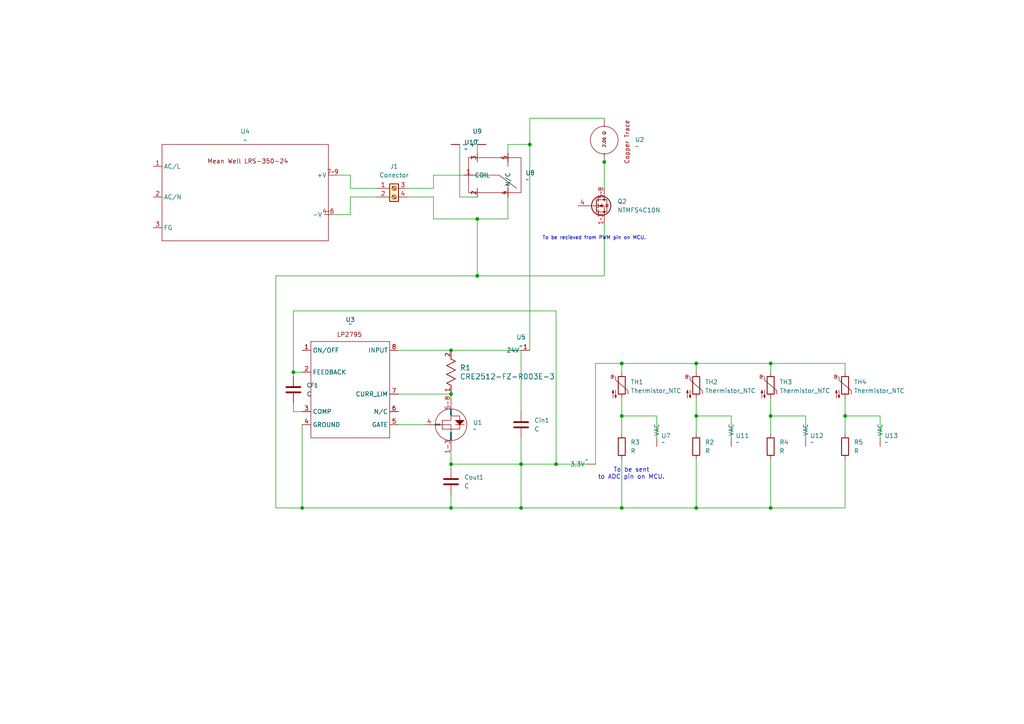
<source format=kicad_sch>
(kicad_sch (version 20250114) (generator "eeschema") (generator_version "9.0")
  (paper "A4")
  (title_block (title "Kapton PCB Heater") (date "2025-02-02") (company "QRET"))
  (lib_symbols
    (symbol "Device:C" (pin_numbers (hide yes)) (pin_names (offset 0.254))
      (property "Reference" "C" (at 0.635 2.54 0))
      (property "Value" "C" (at 0.635 -2.54 0))
      (symbol "C_0_1"
        (polyline (pts (xy -2.032 0.762) (xy 2.032 0.762)) (stroke (width 0.508)))
        (polyline (pts (xy -2.032 -0.762) (xy 2.032 -0.762)) (stroke (width 0.508)))
      )
      (symbol "C_1_1"
        (pin passive line (at 0 3.81 270) (length 2.794) (name "~") (number "1"))
        (pin passive line (at 0 -3.81 90) (length 2.794) (name "~") (number "2"))
      )
    )
    (symbol "Device:R" (pin_numbers (hide yes)) (pin_names (offset 0))
      (property "Reference" "R" (at 2.032 0 90))
      (property "Value" "R" (at 0 0 90))
      (symbol "R_0_1"
        (rectangle (start -1.016 -2.54) (end 1.016 2.54) (stroke (width 0.254)))
      )
      (symbol "R_1_1"
        (pin passive line (at 0 3.81 270) (length 1.27) (name "~") (number "1"))
        (pin passive line (at 0 -3.81 90) (length 1.27) (name "~") (number "2"))
      )
    )
    (symbol "Device:Thermistor_NTC" (pin_numbers (hide yes)) (pin_names (offset 0))
      (property "Reference" "TH" (at -4.445 0 90))
      (property "Value" "Thermistor_NTC" (at 3.175 0 90))
      (symbol "Thermistor_NTC_0_1"
        (arc (start -3.175 2.413) (mid -3.0506 2.3165) (end -3.048 2.159))
        (arc (start -3.048 2.794) (mid -2.9736 2.9736) (end -2.794 3.048))
        (arc (start -2.794 3.048) (mid -2.6144 2.9736) (end -2.54 2.794))
        (arc (start -2.794 2.54) (mid -2.9736 2.6144) (end -3.048 2.794))
        (arc (start -2.794 1.905) (mid -2.9736 1.9794) (end -3.048 2.159))
        (arc (start -2.54 2.159) (mid -2.6144 1.9794) (end -2.794 1.905))
        (arc (start -2.159 2.794) (mid -2.434 2.5608) (end -2.794 2.54))
        (polyline (pts (xy -2.54 2.159) (xy -2.54 2.794)))
        (polyline (pts (xy -2.54 -3.683) (xy -2.54 -1.397) (xy -2.794 -2.159) (xy -2.286 -2.159) (xy -2.54 -1.397) (xy -2.54 -1.651)) (fill (type outline)))
        (polyline (pts (xy -1.778 2.54) (xy -1.778 1.524) (xy 1.778 -1.524) (xy 1.778 -2.54)))
        (polyline (pts (xy -1.778 -1.397) (xy -1.778 -3.683) (xy -2.032 -2.921) (xy -1.524 -2.921) (xy -1.778 -3.683) (xy -1.778 -3.429)) (fill (type outline)))
        (rectangle (start -1.016 2.54) (end 1.016 -2.54) (stroke (width 0.254)))
      )
      (symbol "Thermistor_NTC_1_1"
        (pin passive line (at 0 3.81 270) (length 1.27) (name "~") (number "1"))
        (pin passive line (at 0 -3.81 90) (length 1.27) (name "~") (number "2"))
      )
    )
    (symbol "Kapton PCB:24V_INPUT"
      (property "Reference" "U" (at 0 0 0))
      (symbol "24V_INPUT_1_1"
        (pin input line (at 2.54 1.27 180) (length 2.54) (name "24V") (number "1"))
      )
    )
    (symbol "Kapton PCB:3.3V"
      (property "Reference" "U" (at 0 0 0))
      (symbol "3.3V_1_1"
        (pin output line (at 2.54 1.27 180) (length 2.54) (name "3.3V") (number ""))
      )
    )
    (symbol "Kapton PCB:COIL_PIN_1"
      (property "Reference" "U" (at 0 0 0))
      (symbol "COIL_PIN_1_1_1"
        (pin input line (at -1.27 3.81 0) (length 2.54) (name "+") (number ""))
      )
    )
    (symbol "Kapton PCB:COIL_PIN_2"
      (property "Reference" "U" (at 0 0 0))
      (symbol "COIL_PIN_2_1_1"
        (pin output line (at -1.27 2.54 0) (length 2.54) (name "-") (number ""))
      )
    )
    (symbol "Kapton PCB:CRE2512-FZ-R003E-3" (pin_names (offset 0.254))
      (property "Reference" "R" (at 5.715 3.81 0))
      (property "Value" "CRE2512-FZ-R003E-3" (at 6.35 -3.81 0))
      (symbol "CRE2512-FZ-R003E-3_1_1"
        (polyline (pts (xy 2.54 0) (xy 3.175 1.27)) (stroke (width 0.2032)))
        (polyline (pts (xy 3.175 1.27) (xy 4.445 -1.27)) (stroke (width 0.2032)))
        (polyline (pts (xy 4.445 -1.27) (xy 5.715 1.27)) (stroke (width 0.2032)))
        (polyline (pts (xy 5.715 1.27) (xy 6.985 -1.27)) (stroke (width 0.2032)))
        (polyline (pts (xy 6.985 -1.27) (xy 8.255 1.27)) (stroke (width 0.2032)))
        (polyline (pts (xy 8.255 1.27) (xy 9.525 -1.27)) (stroke (width 0.2032)))
        (polyline (pts (xy 9.525 -1.27) (xy 10.16 0)) (stroke (width 0.2032)))
        (pin input line (at 0 0 0) (length 2.54) (name "") (number "1"))
        (pin output line (at 12.7 0 180) (length 2.54) (name "") (number "2"))
      )
      (symbol "CRE2512-FZ-R003E-3_1_2"
        (polyline (pts (xy -1.27 8.255) (xy 1.27 9.525)) (stroke (width 0.2032)))
        (polyline (pts (xy -1.27 5.715) (xy 1.27 6.985)) (stroke (width 0.2032)))
        (polyline (pts (xy -1.27 3.175) (xy 1.27 4.445)) (stroke (width 0.2032)))
        (polyline (pts (xy 0 2.54) (xy -1.27 3.175)) (stroke (width 0.2032)))
        (polyline (pts (xy 1.27 9.525) (xy 0 10.16)) (stroke (width 0.2032)))
        (polyline (pts (xy 1.27 6.985) (xy -1.27 8.255)) (stroke (width 0.2032)))
        (polyline (pts (xy 1.27 4.445) (xy -1.27 5.715)) (stroke (width 0.2032)))
        (pin unspecified line (at 0 12.7 270) (length 2.54) (name "") (number "1"))
        (pin unspecified line (at 0 0 90) (length 2.54) (name "") (number "2"))
      )
    )
    (symbol "Kapton PCB:Conector" (pin_names (offset 1.016) (hide yes))
      (property "Reference" "J" (at 0 2.54 0))
      (property "Value" "Conector" (at 0 -5.08 0))
      (symbol "Conector_1_1"
        (rectangle (start -1.27 1.27) (end 1.27 -3.81) (stroke (width 0.254)) (fill (type background)))
        (polyline (pts (xy -0.5334 0.3302) (xy 0.3302 -0.508)) (stroke (width 0.1524)))
        (polyline (pts (xy -0.5334 -2.2098) (xy 0.3302 -3.048)) (stroke (width 0.1524)))
        (polyline (pts (xy -0.3556 0.508) (xy 0.508 -0.3302)) (stroke (width 0.1524)))
        (polyline (pts (xy -0.3556 -2.032) (xy 0.508 -2.8702)) (stroke (width 0.1524)))
        (circle (center 0 0) (radius 0.635) (stroke (width 0.1524)))
        (circle (center 0 -2.54) (radius 0.635) (stroke (width 0.1524)))
        (pin passive line (at -5.08 0 0) (length 3.81) (name "Pin_1") (number "1"))
        (pin passive line (at -5.08 -2.54 0) (length 3.81) (name "Pin_2") (number "2"))
        (pin output line (at 3.81 0 180) (length 2.54) (name "") (number "3"))
        (pin output line (at 3.81 -2.54 180) (length 2.54) (name "") (number "4"))
      )
    )
    (symbol "Kapton PCB:LP2975"
      (property "Reference" "U3" (at 2.54 25.4 0))
      (property "Value" "~" (at 2.54 24.13 0))
      (symbol "LP2975_0_1"
        (polyline (pts (xy -8.89 -8.89) (xy -8.89 19.05) (xy 13.97 19.05) (xy 13.97 -8.89) (xy -8.89 -8.89) (xy -8.89 5.08)))
      )
      (symbol "LP2975_1_1"
        (text "LP2795\n" (at 2.286 21.082 0) (effects (font (size 1.27 1.27))))
        (pin input line (at -11.43 16.51 0) (length 2.54) (name "ON/OFF") (number "1"))
        (pin input line (at -11.43 10.16 0) (length 2.54) (name "FEEDBACK") (number "2"))
        (pin input line (at -11.43 -1.27 0) (length 2.54) (name "COMP") (number "3"))
        (pin input line (at -11.43 -5.08 0) (length 2.54) (name "GROUND") (number "4"))
        (pin input line (at 16.51 16.51 180) (length 2.54) (name "INPUT") (number "8"))
        (pin input line (at 16.51 3.81 180) (length 2.54) (name "CURR_LIM") (number "7"))
        (pin passive line (at 16.51 -1.27 180) (length 2.54) (name "N/C") (number "6"))
        (pin input line (at 16.51 -5.08 180) (length 2.54) (name "GATE") (number "5"))
      )
    )
    (symbol "Kapton PCB:Mechanical_Switch_Relay"
      (property "Reference" "U8" (at 8.89 8.2551 0))
      (property "Value" "~" (at 8.89 6.35 0))
      (symbol "Mechanical_Switch_Relay_0_1"
        (rectangle (start -7.62 12.7) (end 7.62 2.54))
        (polyline (pts (xy -6.35 7.62) (xy 1.27 7.62) (xy 6.35 3.81)))
        (polyline (pts (xy 3.81 11.43) (xy 3.81 10.16)))
        (polyline (pts (xy 3.81 3.81) (xy 3.81 5.08)))
      )
      (symbol "Mechanical_Switch_Relay_1_1"
        (pin input line (at -8.89 7.62 0) (length 2.54) (name "COIL") (number "1"))
        (pin input line (at -5.08 13.97 270) (length 2.54) (name "") (number "3"))
        (pin input line (at -5.08 1.27 90) (length 2.54) (name "") (number "2"))
        (pin output line (at 3.81 13.97 270) (length 2.54) (name "") (number "5"))
        (pin output line (at 3.81 1.27 90) (length 2.54) (name "N/C") (number "4"))
      )
    )
    (symbol "Kapton PCB:NTMFS4C10N" (pin_names (hide yes))
      (property "Reference" "Q2" (at 6.35 1.2701 0))
      (property "Value" "NTMFS4C10N" (at 6.35 -1.2699 0))
      (symbol "NTMFS4C10N_0_1"
        (polyline (pts (xy 0.254 1.905) (xy 0.254 -1.905)) (stroke (width 0.254)))
        (polyline (pts (xy 0.254 0) (xy -2.54 0)))
        (polyline (pts (xy 0.762 2.286) (xy 0.762 1.27)) (stroke (width 0.254)))
        (polyline (pts (xy 0.762 0.508) (xy 0.762 -0.508)) (stroke (width 0.254)))
        (polyline (pts (xy 0.762 -1.27) (xy 0.762 -2.286)) (stroke (width 0.254)))
        (polyline (pts (xy 0.762 -1.778) (xy 3.302 -1.778) (xy 3.302 1.778) (xy 0.762 1.778)))
        (polyline (pts (xy 1.016 0) (xy 2.032 0.381) (xy 2.032 -0.381) (xy 1.016 0)) (fill (type outline)))
        (circle (center 1.651 0) (radius 2.794) (stroke (width 0.254)))
        (polyline (pts (xy 2.54 2.54) (xy 2.54 1.778)))
        (circle (center 2.54 1.778) (radius 0.254) (fill (type outline)))
        (circle (center 2.54 -1.778) (radius 0.254) (fill (type outline)))
        (polyline (pts (xy 2.54 -2.54) (xy 2.54 0) (xy 0.762 0)))
        (polyline (pts (xy 2.794 0.508) (xy 2.921 0.381) (xy 3.683 0.381) (xy 3.81 0.254)))
        (polyline (pts (xy 3.302 0.381) (xy 2.921 -0.254) (xy 3.683 -0.254) (xy 3.302 0.381)))
      )
      (symbol "NTMFS4C10N_1_1"
        (pin passive line (at -5.08 0 0) (length 2.54) (name "G") (number "4"))
        (pin passive line (at 2.54 5.08 270) (length 2.54) (name "D") (number "5~8"))
        (pin passive line (at 2.54 -5.08 90) (length 2.54) (name "S") (number "1~3"))
        (pin passive line (at 7.62 -6.35 90) (length 2.54) (hide yes) (name "S") (number "2"))
        (pin passive line (at 8.89 -6.35 90) (length 2.54) (hide yes) (name "S") (number "3"))
      )
    )
    (symbol "Kapton PCB:PFET"
      (property "Reference" "U" (at -4.826 0.508 0))
      (symbol "PFET_0_1"
        (polyline (pts (xy -2.54 12.7) (xy -2.54 10.16)))
        (polyline (pts (xy -2.54 12.7) (xy 0 12.7) (xy 0 16.51)))
        (polyline (pts (xy -2.54 11.43) (xy -5.08 11.43)))
        (polyline (pts (xy -2.54 11.43) (xy 0 11.43) (xy 0 6.35)))
        (polyline (pts (xy -2.54 10.16) (xy 2.54 10.16) (xy 2.54 13.97) (xy 0 13.97)))
        (circle (center 0 11.43) (radius 4.5791))
        (polyline (pts (xy 1.27 12.7) (xy 3.81 12.7) (xy 2.54 11.43) (xy 1.27 12.7)) (fill (type color) (color 132 0 0 1)))
        (polyline (pts (xy 1.27 11.43) (xy 3.81 11.43)))
      )
      (symbol "PFET_1_1"
        (pin input line (at -7.62 11.43 0) (length 2.54) (name "GATE") (number "4"))
        (pin input line (at 0 19.05 270) (length 2.54) (name "DRAIN") (number "5-8"))
        (pin output line (at 0 3.81 90) (length 2.54) (name "SOURCE") (number "1-3"))
      )
    )
    (symbol "Kapton PCB:Resistive_Trace"
      (property "Reference" "U" (at 0 0 0))
      (symbol "Resistive_Trace_0_1"
        (circle (center 0 7.62) (radius 4.0161))
      )
      (symbol "Resistive_Trace_1_1"
        (text "2.06 Ω" (at -0.254 7.62 0) (effects (font (size 0.889 0.889))))
        (text "Copper Trace" (at 0.508 14.224 0) (effects (font (size 1.27 1.27))))
        (pin input line (at -6.35 7.62 0) (length 2.54) (name "") (number ""))
        (pin output line (at 6.35 7.62 180) (length 2.54) (name "") (number ""))
      )
    )
    (symbol "Kapton PCB:Thermisistor_Vout"
      (property "Reference" "U" (at 0 0 0))
      (symbol "Thermisistor_Vout_1_1"
        (pin output line (at 3.81 3.81 180) (length 2.54) (name "VAC") (number ""))
      )
    )
    (symbol "Mean_Well_LRS-350-24_1"
      (property "Reference" "U" (at 3.556 -3.556 0))
      (symbol "Mean_Well_LRS-350-24_1_0_1"
        (rectangle (start -22.86 27.94) (end 25.4 0))
      )
      (symbol "Mean_Well_LRS-350-24_1_1_1"
        (text "Mean Well LRS-350-24\n" (at 2.032 23.114 0) (effects (font (size 1.27 1.27))))
        (pin input line (at -25.4 21.59 0) (length 2.54) (name "AC/L") (number "1"))
        (pin input line (at -25.4 12.7 0) (length 2.54) (name "AC/N") (number "2"))
        (pin input line (at -25.4 3.81 0) (length 2.54) (name "FG") (number "3"))
        (pin output line (at 26.67 7.62 180) (length 2.54) (name "-V") (number "4~6"))
        (pin output line (at 27.94 19.05 180) (length 2.54) (name "+V") (number "7~9"))
      )
    )
  )
  (text "To be sent\n to ADC pin on MCU. " (at 183.134 137.414 0) (effects (font (size 1.27 1.27))))
  (text "To be recieved from PWM pin on MCU. " (at 172.72 69.088 0) (effects (font (size 1.016 1.016))))
  (junction (at 138.43 63.5))
  (junction (at 180.34 105.41))
  (junction (at 151.13 134.62))
  (junction (at 130.81 101.6))
  (junction (at 201.93 147.32))
  (junction (at 223.52 147.32))
  (junction (at 85.09 107.95))
  (junction (at 151.13 147.32))
  (junction (at 87.63 147.32))
  (junction (at 153.67 41.91))
  (junction (at 130.81 134.62))
  (junction (at 201.93 120.65))
  (junction (at 245.11 120.65))
  (junction (at 180.34 147.32))
  (junction (at 130.81 147.32))
  (junction (at 201.93 105.41))
  (junction (at 223.52 105.41))
  (junction (at 223.52 120.65))
  (junction (at 175.26 46.99))
  (junction (at 180.34 120.65))
  (junction (at 161.29 134.62))
  (junction (at 130.81 114.3))
  (junction (at 138.43 80.01))
  (wire (pts (xy 245.11 120.65) (xy 255.27 120.65)))
  (wire (pts (xy 201.93 120.65) (xy 212.09 120.65)))
  (wire (pts (xy 245.11 120.65) (xy 245.11 125.73)))
  (wire (pts (xy 245.11 105.41) (xy 245.11 107.95)))
  (wire (pts (xy 180.34 133.35) (xy 180.34 147.32)))
  (wire (pts (xy 180.34 105.41) (xy 180.34 107.95)))
  (wire (pts (xy 201.93 147.32) (xy 201.93 133.35)))
  (wire (pts (xy 85.09 107.95) (xy 87.63 107.95)))
  (wire (pts (xy 115.57 123.19) (xy 123.19 123.19)))
  (wire (pts (xy 223.52 115.57) (xy 223.52 120.65)))
  (wire (pts (xy 180.34 147.32) (xy 201.93 147.32)))
  (wire (pts (xy 115.57 114.3) (xy 130.81 114.3)))
  (wire (pts (xy 147.32 44.45) (xy 147.32 41.91)))
  (wire (pts (xy 151.13 119.38) (xy 151.13 101.6)))
  (wire (pts (xy 151.13 127) (xy 151.13 134.62)))
  (wire (pts (xy 125.73 63.5) (xy 138.43 63.5)))
  (wire (pts (xy 147.32 41.91) (xy 153.67 41.91)))
  (wire (pts (xy 180.34 105.41) (xy 201.93 105.41)))
  (wire (pts (xy 223.52 105.41) (xy 245.11 105.41)))
  (wire (pts (xy 80.01 80.01) (xy 80.01 147.32)))
  (wire (pts (xy 180.34 120.65) (xy 190.5 120.65)))
  (wire (pts (xy 130.81 134.62) (xy 130.81 135.89)))
  (wire (pts (xy 223.52 147.32) (xy 245.11 147.32)))
  (wire (pts (xy 151.13 147.32) (xy 180.34 147.32)))
  (wire (pts (xy 245.11 133.35) (xy 245.11 147.32)))
  (wire (pts (xy 130.81 130.81) (xy 130.81 134.62)))
  (wire (pts (xy 87.63 123.19) (xy 87.63 147.32)))
  (wire (pts (xy 175.26 80.01) (xy 175.26 64.77)))
  (wire (pts (xy 147.32 57.15) (xy 147.32 63.5)))
  (wire (pts (xy 138.43 80.01) (xy 175.26 80.01)))
  (wire (pts (xy 85.09 107.95) (xy 85.09 109.22)))
  (wire (pts (xy 255.27 120.65) (xy 255.27 127)))
  (wire (pts (xy 87.63 147.32) (xy 130.81 147.32)))
  (wire (pts (xy 233.68 120.65) (xy 233.68 127)))
  (wire (pts (xy 175.26 45.72) (xy 175.26 46.99)))
  (wire (pts (xy 130.81 134.62) (xy 151.13 134.62)))
  (wire (pts (xy 161.29 90.17) (xy 161.29 134.62)))
  (wire (pts (xy 153.67 41.91) (xy 153.67 101.6)))
  (wire (pts (xy 133.35 41.91) (xy 133.35 57.15)))
  (wire (pts (xy 138.43 41.91) (xy 138.43 44.45)))
  (wire (pts (xy 175.26 46.99) (xy 175.26 54.61)))
  (wire (pts (xy 138.43 57.15) (xy 133.35 57.15)))
  (wire (pts (xy 85.09 119.38) (xy 87.63 119.38)))
  (wire (pts (xy 151.13 134.62) (xy 151.13 147.32)))
  (wire (pts (xy 201.93 147.32) (xy 223.52 147.32)))
  (wire (pts (xy 125.73 54.61) (xy 125.73 50.8)))
  (wire (pts (xy 151.13 134.62) (xy 161.29 134.62)))
  (wire (pts (xy 101.6 54.61) (xy 109.22 54.61)))
  (wire (pts (xy 80.01 147.32) (xy 87.63 147.32)))
  (wire (pts (xy 201.93 105.41) (xy 223.52 105.41)))
  (wire (pts (xy 125.73 57.15) (xy 118.11 57.15)))
  (wire (pts (xy 172.72 105.41) (xy 180.34 105.41)))
  (wire (pts (xy 130.81 143.51) (xy 130.81 147.32)))
  (wire (pts (xy 245.11 115.57) (xy 245.11 120.65)))
  (wire (pts (xy 125.73 57.15) (xy 125.73 63.5)))
  (wire (pts (xy 125.73 50.8) (xy 134.62 50.8)))
  (wire (pts (xy 201.93 115.57) (xy 201.93 120.65)))
  (wire (pts (xy 153.67 34.29) (xy 175.26 34.29)))
  (wire (pts (xy 138.43 80.01) (xy 80.01 80.01)))
  (wire (pts (xy 138.43 63.5) (xy 138.43 80.01)))
  (wire (pts (xy 97.79 50.8) (xy 101.6 50.8)))
  (wire (pts (xy 161.29 134.62) (xy 170.18 134.62)))
  (wire (pts (xy 101.6 62.23) (xy 101.6 57.15)))
  (wire (pts (xy 118.11 54.61) (xy 125.73 54.61)))
  (wire (pts (xy 85.09 90.17) (xy 161.29 90.17)))
  (wire (pts (xy 85.09 90.17) (xy 85.09 107.95)))
  (wire (pts (xy 101.6 50.8) (xy 101.6 54.61)))
  (wire (pts (xy 130.81 114.3) (xy 130.81 115.57)))
  (wire (pts (xy 201.93 105.41) (xy 201.93 107.95)))
  (wire (pts (xy 96.52 62.23) (xy 101.6 62.23)))
  (wire (pts (xy 130.81 101.6) (xy 151.13 101.6)))
  (wire (pts (xy 172.72 134.62) (xy 172.72 105.41)))
  (wire (pts (xy 190.5 120.65) (xy 190.5 127)))
  (wire (pts (xy 212.09 120.65) (xy 212.09 127)))
  (wire (pts (xy 223.52 105.41) (xy 223.52 107.95)))
  (wire (pts (xy 223.52 120.65) (xy 233.68 120.65)))
  (wire (pts (xy 130.81 147.32) (xy 151.13 147.32)))
  (wire (pts (xy 223.52 120.65) (xy 223.52 125.73)))
  (wire (pts (xy 85.09 116.84) (xy 85.09 119.38)))
  (wire (pts (xy 180.34 115.57) (xy 180.34 120.65)))
  (wire (pts (xy 115.57 101.6) (xy 130.81 101.6)))
  (wire (pts (xy 153.67 34.29) (xy 153.67 41.91)))
  (wire (pts (xy 147.32 63.5) (xy 138.43 63.5)))
  (wire (pts (xy 201.93 120.65) (xy 201.93 125.73)))
  (wire (pts (xy 223.52 133.35) (xy 223.52 147.32)))
  (wire (pts (xy 101.6 57.15) (xy 109.22 57.15)))
  (wire (pts (xy 180.34 120.65) (xy 180.34 125.73)))
  (symbol (lib_id "Kapton PCB:COIL_PIN_1") (at 139.7 38.1 180) (unit 1)
    (property "Reference" "U9" (at 138.43 38.1 0))
    (property "Value" "~" (at 138.43 40.64 0))
  )
  (symbol (lib_id "Device:R") (at 245.11 129.54 0) (unit 1)
    (property "Reference" "R5" (at 247.65 128.2699 0) (effects (justify left)))
    (property "Value" "R" (at 247.65 130.8099 0) (effects (justify left)))
    (property "Footprint" "footprints:Thermistor Resistors" (effects (hide yes)))
    (property "Description" "Resistor" (effects (hide yes)))
  )
  (symbol (lib_id "Kapton PCB:CRE2512-FZ-R003E-3") (at 130.81 114.3 90) (unit 1)
    (property "Reference" "R1" (at 133.35 106.6799 90) (effects (font (size 1.524 1.524)) (justify right)))
    (property "Value" "CRE2512-FZ-R003E-3" (at 133.35 109.2199 90) (effects (font (size 1.524 1.524)) (justify right)))
    (property "Footprint" "footprints:PFET Resistor" (effects (hide yes)))
  )
  (symbol (lib_id "Device:C") (at 130.81 139.7 0) (unit 1)
    (property "Reference" "Cout1" (at 134.62 138.4299 0) (effects (justify left)))
    (property "Value" "C" (at 134.62 140.9699 0) (effects (justify left)))
    (property "Footprint" "footprints:Cout" (effects (hide yes)))
    (property "Description" "Unpolarized capacitor" (effects (hide yes)))
  )
  (symbol (lib_id "Kapton PCB:Thermisistor_Vout") (at 208.28 125.73 270) (unit 1)
    (property "Reference" "U11" (at 213.36 126.3649 90) (effects (justify left)))
    (property "Value" "~" (at 213.36 128.27 90) (effects (justify left)))
  )
  (symbol (lib_id "Device:Thermistor_NTC") (at 201.93 111.76 0) (unit 1)
    (property "Reference" "TH2" (at 204.47 110.8074 0) (effects (justify left)))
    (property "Value" "Thermistor_NTC" (at 204.47 113.3474 0) (effects (justify left)))
    (property "Footprint" "footprints:Thermistor" (effects (hide yes)))
    (property "Description" "Temperature dependent resistor, negative temperature coefficient" (effects (hide yes)))
  )
  (symbol (lib_id "Kapton PCB:Thermisistor_Vout") (at 229.87 125.73 270) (unit 1)
    (property "Reference" "U12" (at 234.95 126.3649 90) (effects (justify left)))
    (property "Value" "~" (at 234.95 128.27 90) (effects (justify left)))
  )
  (symbol (lib_id "Device:Thermistor_NTC") (at 180.34 111.76 0) (unit 1)
    (property "Reference" "TH1" (at 182.88 110.8074 0) (effects (justify left)))
    (property "Value" "Thermistor_NTC" (at 182.88 113.3474 0) (effects (justify left)))
    (property "Footprint" "footprints:Thermistor" (effects (hide yes)))
    (property "Description" "Temperature dependent resistor, negative temperature coefficient" (effects (hide yes)))
  )
  (symbol (lib_id "Device:R") (at 223.52 129.54 0) (unit 1)
    (property "Reference" "R4" (at 226.06 128.2699 0) (effects (justify left)))
    (property "Value" "R" (at 226.06 130.8099 0) (effects (justify left)))
    (property "Footprint" "footprints:Thermistor Resistors" (effects (hide yes)))
    (property "Description" "Resistor" (effects (hide yes)))
  )
  (symbol (lib_id "Device:C") (at 85.09 113.03 0) (unit 1)
    (property "Reference" "CF1" (at 88.9 111.76 0) (effects (font (size 1.143 1.143)) (justify left)))
    (property "Value" "C" (at 88.9 114.2999 0) (effects (justify left)))
    (property "Footprint" "footprints:Cf" (effects (hide yes)))
    (property "Description" "Unpolarized capacitor" (effects (hide yes)))
  )
  (symbol (lib_id "Kapton PCB:3.3V") (at 170.18 135.89 0) (unit 1)
    (property "Reference" "U6" (effects (hide yes)))
    (property "Value" "~" (at 170.18 133.35 0))
  )
  (symbol (lib_id "Kapton PCB:Mechanical_Switch_Relay") (at 143.51 58.42 0) (unit 1)
    (property "Reference" "U8" (at 152.4 50.1649 0) (effects (justify left)))
    (property "Value" "~" (at 152.4 52.07 0) (effects (justify left)))
    (property "Footprint" "footprints:Relay" (effects (hide yes)))
  )
  (symbol (lib_id "Kapton PCB:NTMFS4C10N") (at 172.72 59.69 0) (unit 1)
    (property "Reference" "Q2" (at 179.07 58.4199 0) (effects (justify left)))
    (property "Value" "NTMFS4C10N" (at 179.07 60.9599 0) (effects (justify left)))
    (property "Footprint" "Package_DFN_QFN:PQFN-8-EP_6x5mm_P1.27mm_Generic" (effects (hide yes)))
  )
  (symbol (lib_id "Kapton PCB:24V_INPUT") (at 151.13 102.87 0) (unit 1)
    (property "Reference" "U5" (at 151.13 97.79 0))
    (property "Value" "~" (at 151.13 100.33 0))
  )
  (symbol (lib_id "Device:Thermistor_NTC") (at 245.11 111.76 0) (unit 1)
    (property "Reference" "TH4" (at 247.65 110.8074 0) (effects (justify left)))
    (property "Value" "Thermistor_NTC" (at 247.65 113.3474 0) (effects (justify left)))
    (property "Footprint" "footprints:Thermistor" (effects (hide yes)))
    (property "Description" "Temperature dependent resistor, negative temperature coefficient" (effects (hide yes)))
  )
  (symbol (lib_id "Device:R") (at 201.93 129.54 0) (unit 1)
    (property "Reference" "R2" (at 204.47 128.2699 0) (effects (justify left)))
    (property "Value" "R" (at 204.47 130.8099 0) (effects (justify left)))
    (property "Footprint" "footprints:Thermistor Resistors" (effects (hide yes)))
    (property "Description" "Resistor" (effects (hide yes)))
  )
  (symbol (lib_id "Kapton PCB:COIL_PIN_2") (at 132.08 44.45 0) (unit 1)
    (property "Reference" "U10" (at 134.62 41.2749 0) (effects (justify left)))
    (property "Value" "~" (at 134.62 43.18 0) (effects (justify left)))
  )
  (symbol (lib_name "Mean_Well_LRS-350-24_1") (lib_id "Kapton PCB:Mean_Well_LRS-350-24") (at 69.85 69.85 0) (unit 1)
    (property "Reference" "U4" (at 71.12 38.1 0))
    (property "Value" "~" (at 71.12 40.64 0))
  )
  (symbol (lib_id "Kapton PCB:Thermisistor_Vout") (at 251.46 125.73 270) (unit 1)
    (property "Reference" "U13" (at 256.54 126.3649 90) (effects (justify left)))
    (property "Value" "~" (at 256.54 128.27 90) (effects (justify left)))
  )
  (symbol (lib_id "Device:Thermistor_NTC") (at 223.52 111.76 0) (unit 1)
    (property "Reference" "TH3" (at 226.06 110.8074 0) (effects (justify left)))
    (property "Value" "Thermistor_NTC" (at 226.06 113.3474 0) (effects (justify left)))
    (property "Footprint" "footprints:Thermistor" (effects (hide yes)))
    (property "Description" "Temperature dependent resistor, negative temperature coefficient" (effects (hide yes)))
  )
  (symbol (lib_id "Kapton PCB:Resistive_Trace") (at 167.64 40.64 270) (unit 1)
    (property "Reference" "U2" (at 184.15 40.5129 90) (effects (justify left)))
    (property "Value" "~" (at 184.15 42.418 90) (effects (justify left)))
  )
  (symbol (lib_id "Device:R") (at 180.34 129.54 0) (unit 1)
    (property "Reference" "R3" (at 182.88 128.2699 0) (effects (justify left)))
    (property "Value" "R" (at 182.88 130.8099 0) (effects (justify left)))
    (property "Footprint" "footprints:Thermistor Resistors" (effects (hide yes)))
    (property "Description" "Resistor" (effects (hide yes)))
  )
  (symbol (lib_id "Kapton PCB:Conector") (at 114.3 54.61 0) (unit 1)
    (property "Reference" "J1" (at 114.3 48.26 0))
    (property "Value" "Conector" (at 114.3 50.8 0))
    (property "Footprint" "footprints:Connector" (effects (hide yes)))
    (property "Description" "Generic screw terminal, single row, 01x02, script generated (kicad-library-utils/schlib/autogen/connector/)" (effects (hide yes)))
  )
  (symbol (lib_id "Kapton PCB:LP2975") (at 99.06 118.11 0) (unit 1)
    (property "Reference" "U3" (at 101.6 92.71 0))
    (property "Value" "~" (at 101.6 93.98 0))
    (property "Footprint" "footprints:SOIC-8" (effects (hide yes)))
  )
  (symbol (lib_id "Device:C") (at 151.13 123.19 0) (unit 1)
    (property "Reference" "Cin1" (at 154.94 121.9199 0) (effects (justify left)))
    (property "Value" "C" (at 154.94 124.4599 0) (effects (justify left)))
    (property "Footprint" "footprints:Cin" (effects (hide yes)))
    (property "Description" "Unpolarized capacitor" (effects (hide yes)))
  )
  (symbol (lib_id "Kapton PCB:PFET") (at 130.81 134.62 0) (unit 1)
    (property "Reference" "U1" (at 137.16 122.5549 0) (effects (justify left)))
    (property "Value" "~" (at 137.16 124.46 0) (effects (justify left)))
    (property "Footprint" "footprints:PFET" (effects (hide yes)))
  )
  (symbol (lib_id "Kapton PCB:Thermisistor_Vout") (at 186.69 125.73 270) (unit 1)
    (property "Reference" "U7" (at 191.77 126.3649 90) (effects (justify left)))
    (property "Value" "~" (at 191.77 128.27 90) (effects (justify left)))
  )
)
</source>
